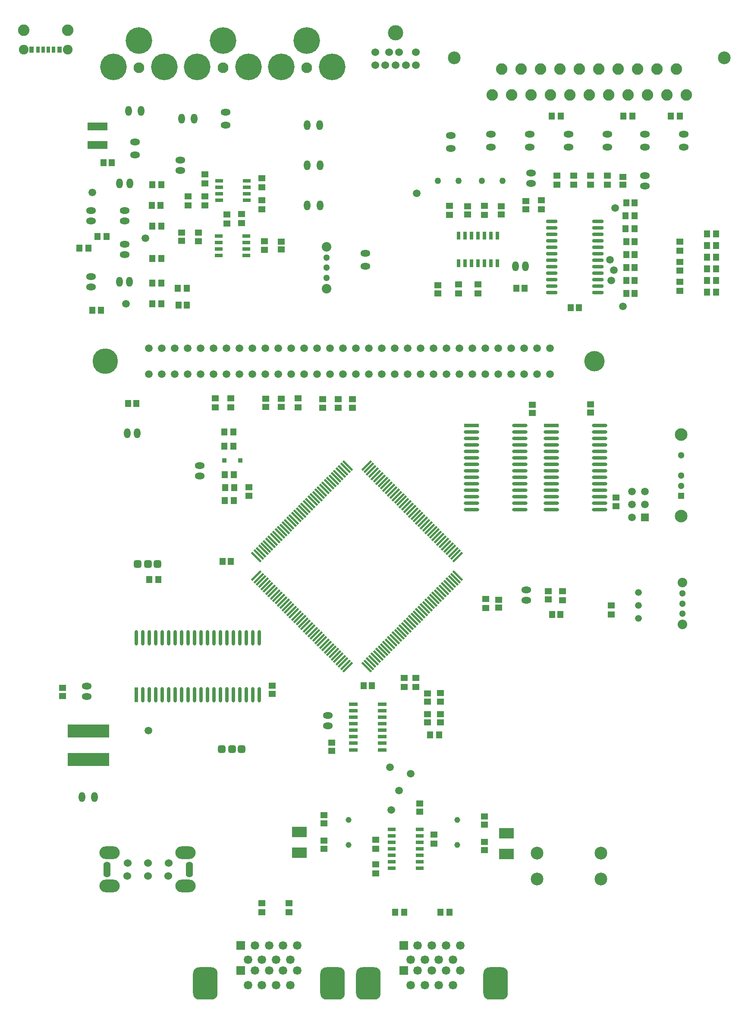
<source format=gbr>
%FSTAX44Y44*%
%MOMM*%
%SFA1B1*%

%IPPOS*%
%AMD12*
4,1,4,1.033780,0.764540,0.764540,1.033780,-1.033780,-0.764540,-0.764540,-1.033780,1.033780,0.764540,0.0*
%
%AMD13*
4,1,4,-0.764540,1.033780,-1.033780,0.764540,0.764540,-1.033780,1.033780,-0.764540,-0.764540,1.033780,0.0*
%
%AMD24*
4,1,8,0.749300,-0.375920,0.749300,0.375920,0.375920,0.749300,-0.375920,0.749300,-0.749300,0.375920,-0.749300,-0.375920,-0.375920,-0.749300,0.375920,-0.749300,0.749300,-0.375920,0.0*
1,1,0.750000,0.375920,-0.375920*
1,1,0.750000,0.375920,0.375920*
1,1,0.750000,-0.375920,0.375920*
1,1,0.750000,-0.375920,-0.375920*
%
%AMD49*
4,1,8,1.206500,3.175000,-1.206500,3.175000,-2.413000,1.968500,-2.413000,-1.968500,-1.206500,-3.175000,1.206500,-3.175000,2.413000,-1.968500,2.413000,1.968500,1.206500,3.175000,0.0*
1,1,2.413000,1.206500,1.968500*
1,1,2.413000,-1.206500,1.968500*
1,1,2.413000,-1.206500,-1.968500*
1,1,2.413000,1.206500,-1.968500*
%
%ADD10R,0.899998X0.949998*%
%ADD11O,2.299995X0.649999*%
G04~CAMADD=12~9~0.0~0.0~150.0~1000.0~0.0~0.0~0~0.0~0.0~0.0~0.0~0~0.0~0.0~0.0~0.0~0~0.0~0.0~0.0~315.0~814.0~813.0*
%ADD12D12*%
G04~CAMADD=13~9~0.0~0.0~150.0~1000.0~0.0~0.0~0~0.0~0.0~0.0~0.0~0~0.0~0.0~0.0~0.0~0~0.0~0.0~0.0~45.0~814.0~813.0*
%ADD13D13*%
%ADD14O,0.699999X2.999994*%
%ADD15R,0.699999X2.999994*%
%ADD16O,2.999994X0.639999*%
%ADD17R,2.999994X0.639999*%
%ADD18R,1.749997X0.799998*%
%ADD19R,1.749997X0.699999*%
%ADD20R,2.899994X1.999996*%
%ADD21R,0.699999X1.149998*%
%ADD22R,0.799998X1.149998*%
%ADD23R,0.899998X1.149998*%
G04~CAMADD=24~8~0.0~0.0~590.6~590.6~147.6~0.0~15~0.0~0.0~0.0~0.0~0~0.0~0.0~0.0~0.0~0~0.0~0.0~0.0~270.0~590.0~590.0*
%ADD24D24*%
%ADD25R,8.199984X2.599995*%
%ADD26R,3.999992X1.499997*%
%ADD27R,1.524997X0.649999*%
%ADD28R,1.549997X0.699999*%
%ADD29R,0.699999X1.549997*%
%ADD30R,1.399997X1.299997*%
%ADD31R,1.149998X1.349997*%
%ADD32C,1.499997*%
%ADD33R,1.349997X1.149998*%
%ADD34R,1.299997X1.399997*%
%ADD47C,1.499997*%
%ADD48R,1.499997X1.499997*%
G04~CAMADD=49~8~0.0~0.0~1900.0~2500.0~475.0~0.0~15~0.0~0.0~0.0~0.0~0~0.0~0.0~0.0~0.0~0~0.0~0.0~0.0~0.0~1900.0~2500.0*
%ADD49D49*%
%ADD50R,1.689997X1.689997*%
%ADD51C,1.689997*%
%ADD52C,2.499995*%
%ADD53C,2.249995*%
%ADD54C,4.999990*%
%ADD55C,3.999992*%
%ADD56C,5.217990*%
%ADD57C,2.099996*%
%ADD58C,1.523997*%
%ADD59O,1.406397X3.107994*%
%ADD60C,2.999994*%
%ADD61C,1.899996*%
%ADD62C,2.474995*%
%ADD63C,1.299997*%
%ADD64R,1.299997X1.299997*%
%ADD65C,1.874996*%
%ADD66O,1.949996X1.299997*%
%ADD67C,1.154998*%
%ADD68O,1.299997X1.949996*%
%ADD69C,1.269997*%
%ADD70C,1.332997*%
%ADD71O,3.999992X2.499995*%
%LNsega_801_remake_pads_top-1*%
%LPD*%
G54D10*
X00643029Y01079659D03*
X00674529D03*
G54D11*
X01376209Y0140843D03*
Y0142113D03*
Y0143383D03*
Y0144653D03*
Y0145923D03*
Y0147193D03*
Y0148463D03*
Y0149733D03*
Y0151003D03*
Y0152273D03*
Y0153543D03*
Y0154813D03*
X01285709Y0140843D03*
Y0142113D03*
Y0143383D03*
Y0144653D03*
Y0145923D03*
Y0147193D03*
Y0148463D03*
Y0149733D03*
Y0151003D03*
Y0152273D03*
Y0153543D03*
Y0154813D03*
G54D12*
X00705883Y00853275D03*
X00710481Y00848677D03*
X00715078Y00844079D03*
X00719676Y00839481D03*
X00724274Y00834883D03*
X00728872Y00830285D03*
X0073347Y00825687D03*
X00738068Y00821089D03*
X00742665Y00816492D03*
X00747264Y00811894D03*
X00751861Y00807296D03*
X0075646Y00802698D03*
X00761057Y007981D03*
X00765655Y00793502D03*
X00770253Y00788904D03*
X00774851Y00784306D03*
X00779449Y00779708D03*
X00784047Y00775111D03*
X00788644Y00770513D03*
X00793243Y00765915D03*
X0079784Y00761317D03*
X00802439Y00756719D03*
X00807036Y00752121D03*
X00811634Y00747523D03*
X00816232Y00742925D03*
X0082083Y00738328D03*
X00825428Y00733729D03*
X00830026Y00729132D03*
X00834623Y00724535D03*
X00839222Y00719936D03*
X00843819Y00715338D03*
X00848418Y0071074D03*
X00853015Y00706142D03*
X00857613Y00701545D03*
X00862211Y00696946D03*
X00866809Y00692349D03*
X00871407Y0068775D03*
X00876005Y00683153D03*
X00880602Y00678555D03*
X00885201Y00673957D03*
X01101301Y00890057D03*
X01096703Y00894655D03*
X01092105Y00899253D03*
X01087507Y00903851D03*
X01082909Y00908449D03*
X01078311Y00913047D03*
X01073713Y00917645D03*
X01069116Y00922242D03*
X01064518Y0092684D03*
X0105992Y00931438D03*
X01055322Y00936036D03*
X01050724Y00940634D03*
X01046126Y00945232D03*
X01041528Y0094983D03*
X0103693Y00954428D03*
X01032333Y00959025D03*
X01027734Y00963624D03*
X01023137Y00968221D03*
X0101854Y0097282D03*
X01013941Y00977417D03*
X01009343Y00982015D03*
X01004745Y00986613D03*
X01000147Y00991211D03*
X0099555Y00995808D03*
X00990951Y01000407D03*
X00986354Y01005004D03*
X00981755Y01009603D03*
X00977158Y010142D03*
X0097256Y01018798D03*
X00967962Y01023396D03*
X00963364Y01027994D03*
X00958766Y01032592D03*
X00954168Y0103719D03*
X00949571Y01041787D03*
X00944972Y01046386D03*
X00940375Y01050983D03*
X00935776Y01055582D03*
X00931179Y01060179D03*
X00926581Y01064777D03*
X00921983Y01069375D03*
G54D13*
X00921983Y00673957D03*
X00926581Y00678555D03*
X00931179Y00683153D03*
X00935776Y0068775D03*
X00940375Y00692349D03*
X00944972Y00696946D03*
X00949571Y00701545D03*
X00954168Y00706142D03*
X00958766Y0071074D03*
X00963364Y00715338D03*
X00967962Y00719936D03*
X0097256Y00724535D03*
X00977158Y00729132D03*
X00981755Y00733729D03*
X00986354Y00738328D03*
X00990951Y00742925D03*
X0099555Y00747523D03*
X01000147Y00752121D03*
X01004745Y00756719D03*
X01009343Y00761317D03*
X01013941Y00765915D03*
X0101854Y00770513D03*
X01023137Y00775111D03*
X01027734Y00779708D03*
X01032333Y00784306D03*
X0103693Y00788904D03*
X01041528Y00793502D03*
X01046126Y007981D03*
X01050724Y00802698D03*
X01055322Y00807296D03*
X0105992Y00811894D03*
X01064518Y00816492D03*
X01069116Y00821089D03*
X01073713Y00825687D03*
X01078311Y00830285D03*
X01082909Y00834883D03*
X01087507Y00839481D03*
X01092105Y00844079D03*
X01096703Y00848677D03*
X01101301Y00853275D03*
X00885201Y01069375D03*
X00880602Y01064777D03*
X00876005Y01060179D03*
X00871407Y01055582D03*
X00866809Y01050983D03*
X00862211Y01046386D03*
X00857613Y01041787D03*
X00853015Y0103719D03*
X00848418Y01032592D03*
X00843819Y01027994D03*
X00839222Y01023396D03*
X00834623Y01018798D03*
X00830026Y010142D03*
X00825428Y01009603D03*
X0082083Y01005004D03*
X00816232Y01000407D03*
X00811634Y00995808D03*
X00807036Y00991211D03*
X00802439Y00986613D03*
X0079784Y00982015D03*
X00793243Y00977417D03*
X00788644Y0097282D03*
X00784047Y00968221D03*
X00779449Y00963624D03*
X00774851Y00959025D03*
X00770253Y00954428D03*
X00765655Y0094983D03*
X00761057Y00945232D03*
X0075646Y00940634D03*
X00751861Y00936036D03*
X00747264Y00931438D03*
X00742665Y0092684D03*
X00738068Y00922242D03*
X0073347Y00917645D03*
X00728872Y00913047D03*
X00724274Y00908449D03*
X00719676Y00903851D03*
X00715078Y00899253D03*
X00710481Y00894655D03*
X00705883Y00890057D03*
G54D14*
X007112Y00731759D03*
X006985D03*
X006858D03*
X006731D03*
X006604D03*
X006477D03*
X00635D03*
X006223D03*
X006096D03*
X005969D03*
X005842D03*
X005715D03*
X005588D03*
X005461D03*
X005334D03*
X005207D03*
X00508D03*
X004953D03*
X004826D03*
X004699D03*
X007112Y0061976D03*
X006985D03*
X006858D03*
X006731D03*
X006604D03*
X006477D03*
X00635D03*
X006223D03*
X006096D03*
X005969D03*
X005842D03*
X005715D03*
X005588D03*
X005461D03*
X005334D03*
X005207D03*
X00508D03*
X004953D03*
X004826D03*
G54D15*
X004699Y0061976D03*
G54D16*
X0112776Y0113538D03*
Y0112268D03*
Y0110998D03*
Y0109728D03*
Y0108458D03*
Y0107188D03*
Y0105918D03*
Y0104648D03*
Y0103378D03*
Y0102108D03*
Y0100838D03*
Y0099568D03*
Y0098298D03*
X01222659Y0114808D03*
Y0113538D03*
Y0112268D03*
Y0110998D03*
Y0109728D03*
Y0108458D03*
Y0107188D03*
Y0105918D03*
Y0104648D03*
Y0103378D03*
Y0102108D03*
Y0100838D03*
Y0099568D03*
Y0098298D03*
X0137922D03*
Y0099568D03*
Y0100838D03*
Y0102108D03*
Y0103378D03*
Y0104648D03*
Y0105918D03*
Y0107188D03*
Y0108458D03*
Y0109728D03*
Y0110998D03*
Y0112268D03*
Y0113538D03*
Y0114808D03*
X01284319Y0098298D03*
Y0099568D03*
Y0100838D03*
Y0102108D03*
Y0103378D03*
Y0104648D03*
Y0105918D03*
Y0107188D03*
Y0108458D03*
Y0109728D03*
Y0110998D03*
Y0112268D03*
Y0113538D03*
G54D17*
X0112776Y0114808D03*
X01284319D03*
G54D18*
X00952809Y00511309D03*
Y00601209D03*
X00896309D03*
Y00511309D03*
G54D19*
X00952809Y0052451D03*
Y0053721D03*
Y0054991D03*
Y0056261D03*
Y0057531D03*
Y0058801D03*
X00896309D03*
Y0057531D03*
Y0056261D03*
Y0054991D03*
Y0053721D03*
Y0052451D03*
G54D20*
X0119634Y00348339D03*
Y0030734D03*
X0078994Y00350879D03*
Y0030988D03*
G54D21*
X00297099Y01885609D03*
X00287099D03*
G54D22*
X00276899Y01885609D03*
X00307299D03*
G54D23*
X00264599Y01885609D03*
X00319599D03*
G54D24*
X0051181Y008763D03*
X0049276D03*
X0047244D03*
X0063754Y0051308D03*
X0065786D03*
X0067691D03*
G54D25*
X0037592Y00493059D03*
Y00549059D03*
G54D26*
X003937Y0173482D03*
Y01698819D03*
G54D27*
X0063246Y0162814D03*
Y0161544D03*
Y0160274D03*
Y0159004D03*
X00686699D03*
Y0160274D03*
Y0161544D03*
Y0162814D03*
X00686258Y01519355D03*
Y01506655D03*
Y01493955D03*
Y01481255D03*
X00632018D03*
Y01493955D03*
Y01506655D03*
Y01519355D03*
G54D28*
X0102616Y003556D03*
Y003429D03*
Y003302D03*
Y003175D03*
Y003048D03*
Y002921D03*
Y002794D03*
X00971659D03*
Y002921D03*
Y003048D03*
Y003175D03*
Y003302D03*
Y003429D03*
Y003556D03*
G54D29*
X0110236Y01466269D03*
X0111506D03*
X0112776D03*
X0114046D03*
X0115316D03*
X0116586D03*
X0117856D03*
Y01520769D03*
X0116586D03*
X0115316D03*
X0114046D03*
X0112776D03*
X0111506D03*
X0110236D03*
G54D30*
X0106172Y01423159D03*
Y0140716D03*
X0115316Y00330959D03*
Y0031496D03*
X008382Y00333499D03*
Y003175D03*
X0112014Y015621D03*
Y01578099D03*
X0118618Y015621D03*
Y01578099D03*
X007366Y00621539D03*
Y0063754D03*
X0085344Y00509779D03*
Y0052578D03*
X0032512Y0061722D03*
Y00633219D03*
X011811Y00790399D03*
Y00806399D03*
X010414Y00565659D03*
Y0058166D03*
X0142494Y01636139D03*
Y01620139D03*
X0123444Y01588259D03*
Y0157226D03*
X0136144Y0117348D03*
Y01189479D03*
X0102616Y00390399D03*
Y004064D03*
X0115316Y00364999D03*
Y00381D03*
X008382Y00367539D03*
Y0038354D03*
X010668Y00565659D03*
Y0058166D03*
X010414Y006223D03*
Y00606299D03*
X01278989Y0082296D03*
Y00806959D03*
X0124714Y01172719D03*
Y0118872D03*
X007239Y01184389D03*
Y01200389D03*
X0075438Y01184389D03*
Y01200389D03*
Y01509139D03*
Y01493139D03*
X00559174Y01526164D03*
Y01510164D03*
G54D31*
X0037592Y0149606D03*
X00358419D03*
X0056896Y0141732D03*
X00551459D03*
X0160782Y0143256D03*
X01590319D03*
X0160782Y0147828D03*
X01590319D03*
X0160782Y01524D03*
X01590319D03*
X00519289Y0142748D03*
X00501789D03*
X00519289Y0147574D03*
X00501789D03*
X00519289Y0138684D03*
X00501789D03*
X00393979Y0151892D03*
X0041148D03*
X0130302Y0175514D03*
X01285519D03*
X00978179Y0019304D03*
X0099568D03*
X015367Y0175514D03*
X01519199D03*
X01426349D03*
X01443849D03*
X01046759Y0054102D03*
X0106426D03*
X0108458Y0019304D03*
X01067079D03*
X0051308Y0084582D03*
X00495579D03*
X0038354Y0137414D03*
X00401039D03*
X00501789Y0153924D03*
X00519289D03*
X00501789Y0162052D03*
X00519289D03*
X0050038Y0157988D03*
X00517879D03*
X006604Y0110744D03*
X00642899D03*
X006604Y0113538D03*
X00642899D03*
X00661529Y0105156D03*
X00644029D03*
X00662309Y01025779D03*
X00644809D03*
X00661529Y0100076D03*
X00644029D03*
X01430299Y0155956D03*
X014478D03*
Y0153416D03*
X01430299D03*
X01590319Y014097D03*
X0160782D03*
X01590319Y0145542D03*
X0160782D03*
X015906Y0150114D03*
X01608099D03*
G54D32*
X01020857Y01603258D03*
X00493983Y00549441D03*
X0038354Y0160528D03*
X00487662Y01515229D03*
X0044958Y0138684D03*
X0097028Y003937D03*
X0096774Y0047752D03*
X0098552Y004318D03*
X0100838Y0046482D03*
X0140716Y0145288D03*
X0139954Y014732D03*
X0140208Y0143256D03*
X0142494Y0138176D03*
X014097Y015748D03*
G54D33*
X0099568Y0065278D03*
Y00635279D03*
X0101854Y0065278D03*
Y00635279D03*
X009398Y0026924D03*
Y00286739D03*
X01536979Y0149098D03*
Y01508479D03*
X0108458Y01561349D03*
Y01578849D03*
X0114046Y01407439D03*
Y0142494D03*
X0115316Y01561349D03*
Y01578849D03*
X0060452Y01640559D03*
Y0162306D03*
X0071628Y01615719D03*
Y0163322D03*
X0136144Y016383D03*
Y01620799D03*
X0139446Y016383D03*
Y01620799D03*
X0132842D03*
Y016383D03*
X012954Y01620799D03*
Y016383D03*
X0076962Y0019304D03*
Y00210539D03*
X0071628Y0019304D03*
Y00210539D03*
X007874Y01201139D03*
Y0118364D03*
X01306929Y0082296D03*
Y00805459D03*
X011557Y00807529D03*
Y00790029D03*
X0086614Y01182509D03*
Y01200009D03*
X0069088Y01009789D03*
Y01027289D03*
X0126492Y0159004D03*
Y01572539D03*
X01411763Y01006947D03*
Y00989447D03*
X0071628Y01572539D03*
Y0159004D03*
X010541Y0032766D03*
Y00345159D03*
X0140208Y00794739D03*
Y0077724D03*
X010668Y00623429D03*
Y00605929D03*
X009398Y003175D03*
Y00334999D03*
X0083566Y01182509D03*
Y01200009D03*
X0089408Y01182509D03*
Y01200009D03*
X0062484Y0118364D03*
Y01201139D03*
X0065532Y0118364D03*
Y01201139D03*
X0072136Y01492389D03*
Y01509889D03*
X00676918Y01545368D03*
Y01562868D03*
X006477Y01544599D03*
Y015621D03*
X00592194Y01509414D03*
Y01526914D03*
X00572028Y0159766D03*
Y01580159D03*
X0060452D03*
Y0159766D03*
X0110236Y0140716D03*
Y01424659D03*
X01536979Y01451749D03*
Y01469249D03*
Y01412519D03*
Y0143002D03*
G54D34*
X0042164Y016637D03*
X00405639D03*
X014478Y0140716D03*
X01431799D03*
X00552959Y013843D03*
X0056896D03*
X01232279Y0141732D03*
X01216279D03*
X014478Y0148336D03*
X01431799D03*
X014478Y0150876D03*
X01431799D03*
X0093218Y0063754D03*
X00916179D03*
X01286609Y0077724D03*
X01302609D03*
X014478Y0158496D03*
X01431799D03*
X01322579Y0137922D03*
X0133858D03*
X00655699Y0088138D03*
X00639699D03*
X004699Y0119126D03*
X00453899D03*
X01431799Y0145796D03*
X014478D03*
X01431799Y0143256D03*
X014478D03*
G54D47*
X0144272Y0101854D03*
X0146812D03*
X0144272Y0099314D03*
X0146812D03*
X0144272Y0096774D03*
X00494899Y01248973D03*
X00520299D03*
X00545699D03*
X00571099D03*
X00596499D03*
X00621899D03*
X00647299D03*
X00672699D03*
X00698099D03*
X00723499D03*
X00748899D03*
X00774299D03*
X00799699D03*
X00825099D03*
X00850499D03*
X00875899D03*
X00901299D03*
X00926699D03*
X00952099D03*
X00977499D03*
X01002899D03*
X01028299D03*
X01053699D03*
X01079099D03*
X01104499D03*
X01129899D03*
X01155299D03*
X01180699D03*
X01206099D03*
X01231499D03*
X01256899D03*
X01282299D03*
Y01299773D03*
X01256899D03*
X01231499D03*
X01206099D03*
X01180699D03*
X01155299D03*
X01129899D03*
X01104499D03*
X01079099D03*
X01053699D03*
X01028299D03*
X01002899D03*
X00977499D03*
X00952099D03*
X00926699D03*
X00901299D03*
X00875899D03*
X00850499D03*
X00825099D03*
X00799699D03*
X00774299D03*
X00748899D03*
X00723499D03*
X00698099D03*
X00672699D03*
X00647299D03*
X00621899D03*
X00596499D03*
X00571099D03*
X00545699D03*
X00520299D03*
X00494899D03*
G54D48*
X0146812Y0096774D03*
G54D49*
X01175239Y0005334D03*
X00925339D03*
X00605779D03*
X00855679D03*
G54D50*
X00994889Y00078719D03*
Y00128249D03*
X00675329D03*
Y00078719D03*
G54D51*
X01008739Y00050319D03*
X01022589Y00078719D03*
X01036439Y00050319D03*
X0105029Y00078719D03*
X01064139Y00050319D03*
X01077989Y00078719D03*
X01091839Y00050319D03*
X01105689Y00078719D03*
Y00128249D03*
X01091839Y00099849D03*
X01077989Y00128249D03*
X01064139Y00099849D03*
X0105029Y00128249D03*
X01036439Y00099849D03*
X01022589Y00128249D03*
X01008739Y00099849D03*
X00689179D03*
X00703029Y00128249D03*
X00716879Y00099849D03*
X00730729Y00128249D03*
X00744579Y00099849D03*
X00758429Y00128249D03*
X00772279Y00099849D03*
X0078613Y00128249D03*
X00689179Y00050319D03*
X00703029Y00078719D03*
X00716879Y00050319D03*
X00730729Y00078719D03*
X00744579Y00050319D03*
X00758429Y00078719D03*
X00772279Y00050319D03*
X0078613Y00078719D03*
G54D52*
X01093899Y01869799D03*
X01623899D03*
X0138176Y00258609D03*
X01256759D03*
X0138176Y0030861D03*
X01256759D03*
G54D53*
X015494Y01796999D03*
X0153035Y01847799D03*
X015113Y01796999D03*
X0149225Y01847799D03*
X014732Y01796999D03*
X0145415Y01847799D03*
X014351Y01796999D03*
X0141605Y01847799D03*
X01397Y01796999D03*
X0137795Y01847799D03*
X013589Y01796999D03*
X0133985Y01847799D03*
X013208Y01796999D03*
X0130175Y01847799D03*
X012827Y01796999D03*
X0126365Y01847799D03*
X012446Y01796999D03*
X0122555Y01847799D03*
X012065Y01796999D03*
X0118745Y01847799D03*
X011684Y01796999D03*
X00335299Y01923659D03*
X00248899D03*
G54D54*
X00409439Y01274373D03*
G54D55*
X01369739Y01274373D03*
G54D56*
X00589999Y01851999D03*
X00639999Y01902999D03*
X00689999Y01851999D03*
X00854999D03*
X00804999Y01902999D03*
X00754999Y01851999D03*
X00424999D03*
X00474999Y01902999D03*
X00524999Y01851999D03*
G54D57*
X00639999Y01849999D03*
X00804999D03*
X00474999D03*
G54D58*
X00492822Y0026392D03*
X00532997D03*
X00452811D03*
X00493384Y0028956D03*
X00533559D03*
X00453373D03*
X01019169Y01855169D03*
X00959169D03*
X00999169D03*
X00939169Y01880169D03*
X01019169D03*
X00986169D03*
X00966169D03*
X0097917Y01855169D03*
X00939169D03*
G54D59*
X00412909Y0027686D03*
X00574199D03*
G54D60*
X0097917Y01918169D03*
G54D61*
X00335299Y01885659D03*
X00248899D03*
G54D62*
X0153924Y01130659D03*
Y00970659D03*
G54D63*
X0153924Y0108966D03*
Y01049659D03*
Y01029659D03*
X0084328Y01437599D03*
Y01457599D03*
Y01477599D03*
X0154178Y00778519D03*
Y00798519D03*
Y00818519D03*
G54D64*
X0153924Y01009659D03*
G54D65*
X0084328Y01416599D03*
Y014986D03*
X0154178Y00757519D03*
Y00839519D03*
G54D66*
X0139446Y01719179D03*
Y0169418D03*
X0084582Y00578959D03*
Y00558959D03*
X0108712Y01692039D03*
Y0171704D03*
X0124206Y01719179D03*
Y0169418D03*
X0044704Y015494D03*
Y01569399D03*
Y01503359D03*
Y0148336D03*
X00381Y0141986D03*
Y01439859D03*
X0064516Y01762559D03*
Y01737559D03*
X00381Y015494D03*
Y01569399D03*
X0116586Y01719179D03*
Y0169418D03*
X0046736Y0170434D03*
Y01679339D03*
X0131826Y01719179D03*
Y0169418D03*
X0146812Y01719179D03*
Y0169418D03*
X0091948Y014605D03*
Y01485499D03*
X0154432Y01719379D03*
Y01694379D03*
X0059436Y0104902D03*
Y01069019D03*
X01235809Y00805339D03*
Y00825339D03*
X00372849Y00636346D03*
Y00616346D03*
X0055626Y01668459D03*
Y0164846D03*
X0146812Y016383D03*
Y01618299D03*
X012446Y0162306D03*
Y01643059D03*
G54D67*
X0109982Y0032512D03*
Y00373919D03*
X0088646D03*
Y0032512D03*
G54D68*
X01234279Y014605D03*
X01214279D03*
X00454859Y017653D03*
X00479859D03*
X00830179Y0173736D03*
X0080518D03*
X0083058Y0157988D03*
X00805579D03*
X0043688Y0143002D03*
X00456879D03*
X00558999Y0175006D03*
X00583999D03*
X00437199Y0162306D03*
X004572D03*
X0083058Y0165862D03*
X00805579D03*
X00388419Y004191D03*
X00363419D03*
X0045212Y0113284D03*
X00472119D03*
G54D69*
X0118872Y0162814D03*
X01148719D03*
X01062359D03*
X0110236D03*
G54D70*
X0145542Y0082042D03*
Y0079502D03*
Y0076962D03*
G54D71*
X00417999Y00244999D03*
Y00309999D03*
X00566999D03*
Y00244999D03*
M02*
</source>
